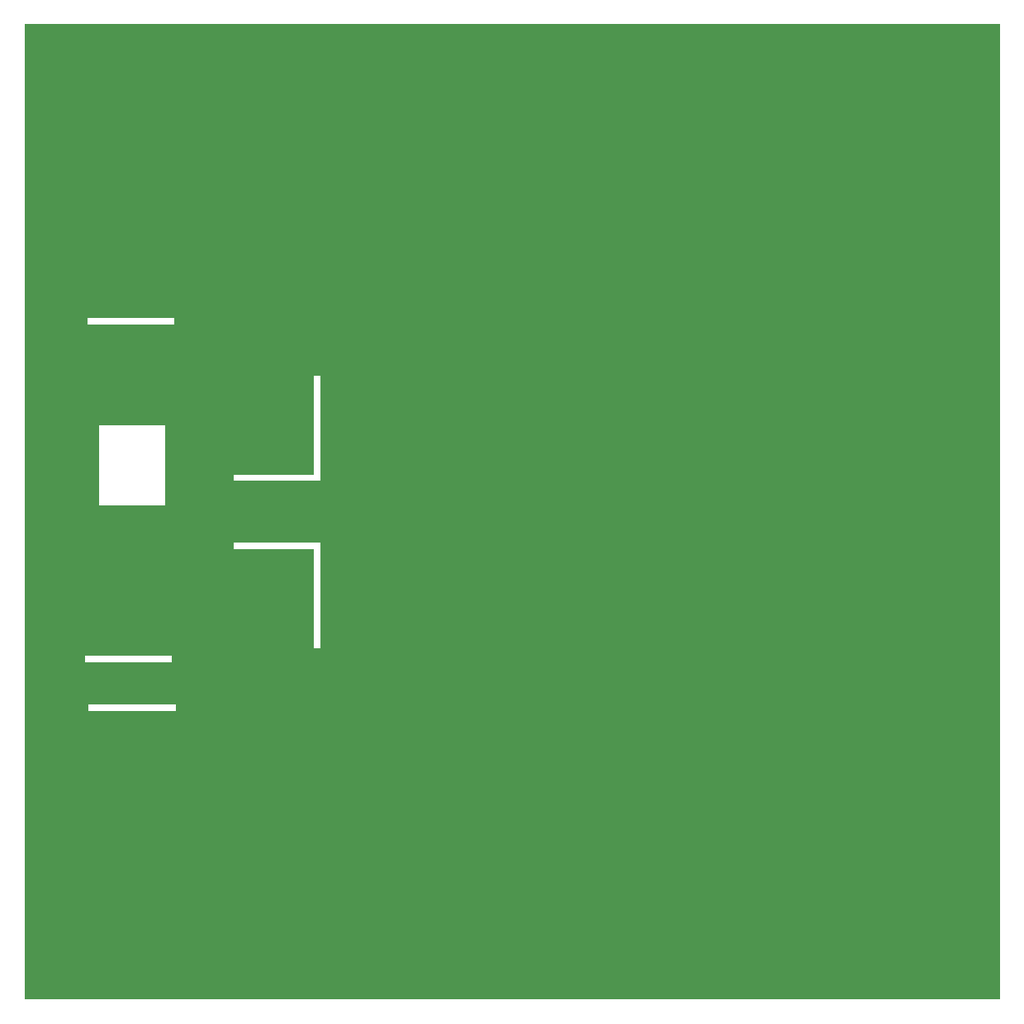
<source format=gbr>
G04 DipTrace 4.3.0.1*
G04 Board.gbr*
%MOMM*%
G04 #@! TF.FileFunction,Drawing,Board polygon*
G04 #@! TF.Part,Single*
%FSLAX35Y35*%
G04*
G71*
G90*
G75*
G01*
G04 BoardPoly*
%LPD*%
G36*
X-5000000Y5000000D2*
X5000000D1*
Y-5000000D1*
X-5000000D1*
Y5000000D1*
G37*
G04 BoardPoly Clear*
%LPC*%
G36*
X-2857500Y381000D2*
X-2032000D1*
Y1397000D1*
X-1968500D1*
Y317500D1*
X-2857500D1*
D1*
Y381000D1*
G37*
G36*
Y-381000D2*
X-2032000D1*
Y-1397000D1*
X-1968500D1*
Y-317500D1*
X-2857500D1*
Y-381000D1*
G37*
G36*
X-4381500Y-1476377D2*
X-3491873D1*
Y-1539877D1*
X-4381500D1*
Y-1476377D1*
G37*
G36*
X-4238000Y889000D2*
X-3556000D1*
Y63500D1*
X-4238000D1*
Y889000D1*
G37*
G36*
X-4340250Y-1974340D2*
X-3450623D1*
Y-2037840D1*
X-4340250D1*
Y-1974340D1*
G37*
G36*
X-4356280Y1985820D2*
X-3466653D1*
Y1922320D1*
X-4356280D1*
Y1985820D1*
G37*
M02*

</source>
